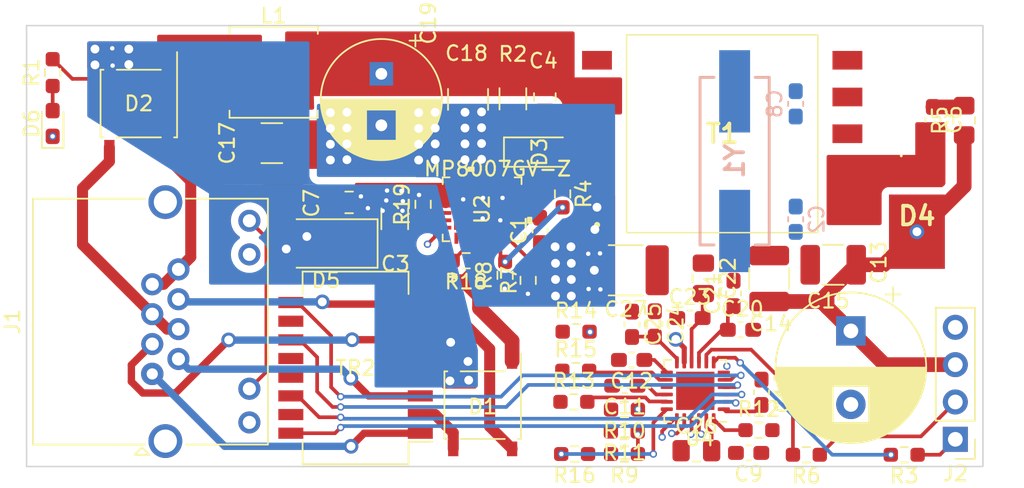
<source format=kicad_pcb>
(kicad_pcb (version 20221018) (generator pcbnew)
  (layers (0 "F.Cu" signal) (31 "B.Cu" signal) (34 "B.Paste" user) (35 "F.Paste" user) (36 "B.SilkS" user "B.Silkscreen") (37 "F.SilkS" user "F.Silkscreen") (38 "B.Mask" user) (39 "F.Mask" user) (44 "Edge.Cuts" user))
  (net 0 "")
  (net 1 "PoE-_1")
  (net 2 "PoE+_1")
  (net 3 "PoE-_2")
  (net 4 "PoE+_2")
  (net 5 "GNDD")
  (net 6 "/VCC")
  (net 7 "Net-(U4-CKXTAL2)")
  (net 8 "VSS")
  (net 9 "D1+")
  (net 10 "D1-")
  (net 11 "GND")
  (net 12 "VDD")
  (net 13 "TRANS")
  (net 14 "Net-(D3-K)")
  (net 15 "Net-(C6-Pad1)")
  (net 16 "Net-(D4-A_1)")
  (net 17 "Net-(U4-CKXTAL1)")
  (net 18 "/VDD10")
  (net 19 "/VDD33")
  (net 20 "Net-(U4-DVDD10)")
  (net 21 "+5V")
  (net 22 "/DVDD10")
  (net 23 "/SW")
  (net 24 "Net-(D6-K)")
  (net 25 "Net-(D6-A)")
  (net 26 "Net-(TR2-TD+)")
  (net 27 "Net-(TR2-TD-)")
  (net 28 "Net-(TR2-RD+)")
  (net 29 "Net-(TR2-RD-)")
  (net 30 "Net-(J1-Pad9)")
  (net 31 "Net-(J1-Pad11)")
  (net 33 "Net-(T1-BIAS_2)")
  (net 34 "/FB1")
  (net 35 "Net-(U2-ILIM)")
  (net 36 "Net-(U4-SPISD0)")
  (net 37 "Net-(U4-LANWAKEB)")
  (net 38 "Net-(U4-RSET)")
  (net 39 "/LED1")
  (net 40 "/LED0")
  (net 41 "Net-(U4-GPIO)")
  (net 42 "Net-(U4-XTALDET{slash}SPISDI)")
  (net 43 "Net-(U2-DET)")
  (net 44 "Net-(U2-CLASS)")
  (net 47 "Net-(TR2-C_RX)")
  (net 48 "D0-")
  (net 49 "D0+")
  (net 58 "/USB_N")
  (net 59 "/USB_P")
  (net 60 "Net-(J2-Pin_1)")
  (net 61 "Net-(J2-Pin_2)")
  (footprint "Capacitor_SMD:C_0603_1608Metric_Pad1.08x0.95mm_HandSolder" (layer "F.Cu") (at 121.65 118.125 90)
    (fp_text reference "C21")
    (fp_text value "1uF")
  )
  (footprint "Resistor_SMD:R_0603_1608Metric_Pad0.98x0.95mm_HandSolder" (layer "F.Cu") (at 110.85 129.05 180)
    (fp_text reference "R16")
    (fp_text value "10K")
  )
  (footprint "pi_poe:POE13P50LD" (layer "F.Cu") (at 120.8796 107.2604)
    (fp_text reference "T1")
    (fp_text value "POE13P-50LD" hide)
  )
  (footprint "Resistor_SMD:R_0603_1608Metric_Pad0.98x0.95mm_HandSolder" (layer "F.Cu") (at 123.375 127.425)
    (fp_text reference "R12")
    (fp_text value "2.49K 1%")
  )
  (footprint "Diode_SMD:Diode_Bridge_Diotec_ABS" (layer "F.Cu") (at 104.6 125.725 -90)
    (fp_text reference "D1")
    (fp_text value "ABS10(LS)")
  )
  (footprint "Resistor_SMD:R_0805_2012Metric_Pad1.20x1.40mm_HandSolder" (layer "F.Cu") (at 137.325 106.35 90)
    (fp_text reference "R5")
    (fp_text value "20")
  )
  (footprint "Capacitor_SMD:C_1210_3225Metric_Pad1.33x2.70mm_HandSolder" (layer "F.Cu") (at 128.425 116.175 180)
    (fp_text reference "C13")
    (fp_text value "47uF")
  )
  (footprint "Resistor_SMD:R_0603_1608Metric_Pad0.98x0.95mm_HandSolder" (layer "F.Cu") (at 110.0328 111.3555 -90)
    (fp_text reference "R4")
    (fp_text value "51K")
  )
  (footprint "Capacitor_SMD:C_0603_1608Metric_Pad1.08x0.95mm_HandSolder" (layer "F.Cu") (at 118.6875 119.8)
    (fp_text reference "C23")
    (fp_text value "0.1Uf")
  )
  (footprint "Connector_RJ:RJ45_Amphenol_RJHSE538X" (layer "F.Cu") (at 82.1436 123.6004 90)
    (fp_text reference "J1")
    (fp_text value "8P8C_LED_Shielded")
  )
  (footprint "Capacitor_SMD:C_0805_2012Metric_Pad1.18x1.45mm_HandSolder" (layer "F.Cu") (at 119.125 128.825)
    (fp_text reference "C26")
    (fp_text value "4.7uF")
  )
  (footprint "Connector_PinHeader_2.54mm:PinHeader_1x04_P2.54mm_Vertical" (layer "F.Cu") (at 136.725 128.05 180)
    (fp_text reference "J2")
    (fp_text value "Conn_01x04")
  )
  (footprint "Capacitor_SMD:C_0603_1608Metric_Pad1.08x0.95mm_HandSolder" (layer "F.Cu") (at 116.3 120.2 -90)
    (fp_text reference "C24")
    (fp_text value "1uF")
  )
  (footprint "Resistor_SMD:R_0603_1608Metric_Pad0.98x0.95mm_HandSolder" (layer "F.Cu") (at 114.2375 126.025 180)
    (fp_text reference "R10")
    (fp_text value "10K")
  )
  (footprint "Capacitor_SMD:C_0805_2012Metric_Pad1.18x1.45mm_HandSolder" (layer "F.Cu") (at 95.5248 111.931 180)
    (fp_text reference "C7")
    (fp_text value "10nF/100V")
  )
  (footprint "Capacitor_THT:CP_Radial_D10.0mm_P5.00mm" (layer "F.Cu") (at 129.625 120.675 -90)
    (fp_text reference "C15")
    (fp_text value "470uF/16V")
  )
  (footprint "Capacitor_SMD:C_1812_4532Metric_Pad1.57x3.40mm_HandSolder" (layer "F.Cu") (at 114.325 116.55 180)
    (fp_text reference "C27")
    (fp_text value "1nF/2000V")
  )
  (footprint "Inductor_SMD:L_Coilcraft_XAL5050-XXX" (layer "F.Cu") (at 90.3946 103.0732)
    (fp_text reference "L1")
    (fp_text value "XAL5050-103MEC")
  )
  (footprint "Capacitor_SMD:C_0603_1608Metric_Pad1.08x0.95mm_HandSolder" (layer "F.Cu") (at 122.125 120.6)
    (fp_text reference "C20")
    (fp_text value "0.1Uf" hide)
  )
  (footprint "Capacitor_SMD:C_0603_1608Metric_Pad1.08x0.95mm_HandSolder" (layer "F.Cu") (at 135.2 106.3 -90)
    (fp_text reference "C6")
    (fp_text value "1nF")
  )
  (footprint "Resistor_SMD:R_0603_1608Metric_Pad0.98x0.95mm_HandSolder" (layer "F.Cu") (at 126.6 129.1 180)
    (fp_text reference "R6")
    (fp_text value "0")
  )
  (footprint "Package_DFN_QFN:QFN-24-1EP_4x4mm_P0.5mm_EP2.6x2.6mm" (layer "F.Cu") (at 119.05 124.75 180)
    (fp_text reference "U4")
    (fp_text value "RTL8152B" hide)
  )
  (footprint "Capacitor_SMD:C_0603_1608Metric_Pad1.08x0.95mm_HandSolder" (layer "F.Cu") (at 114.725 122.65 180)
    (fp_text reference "C12")
    (fp_text value "0.1uF")
  )
  (footprint "Capacitor_SMD:C_0603_1608Metric_Pad1.08x0.95mm_HandSolder" (layer "F.Cu") (at 114.75 120.225 -90)
    (fp_text reference "C25")
    (fp_text value "0.1uF")
  )
  (footprint "Resistor_SMD:R_0603_1608Metric_Pad0.98x0.95mm_HandSolder" (layer "F.Cu") (at 114.2375 129.05 180)
    (fp_text reference "R9")
    (fp_text value "10K")
  )
  (footprint "Resistor_SMD:R_0603_1608Metric_Pad0.98x0.95mm_HandSolder" (layer "F.Cu") (at 110.95 120.725)
    (fp_text reference "R14")
    (fp_text value "510")
  )
  (footprint "pi_poe:PMEG060V100EPEZ" (layer "F.Cu") (at 134.115 112.855 180)
    (fp_text reference "D4")
    (fp_text value "PMEG060V100EPEZ" hide)
  )
  (footprint "Capacitor_SMD:C_1206_3216Metric_Pad1.33x1.80mm_HandSolder" (layer "F.Cu") (at 98.6236 113.0486 -90)
    (fp_text reference "C3")
    (fp_text value "0.1uF/100V")
  )
  (footprint "Capacitor_SMD:C_1210_3225Metric_Pad1.33x2.70mm_HandSolder" (layer "F.Cu") (at 124.075 117.1125 90)
    (fp_text reference "C14")
    (fp_text value "47uF")
  )
  (footprint "Resistor_SMD:R_0603_1608Metric_Pad0.98x0.95mm_HandSolder" (layer "F.Cu") (at 107.6912 117.2362 -90)
    (fp_text reference "R7")
    (fp_text value "47K")
  )
  (footprint "Resistor_SMD:R_1206_3216Metric_Pad1.30x1.75mm_HandSolder" (layer "F.Cu") (at 106.6536 104.888 90)
    (fp_text reference "R2")
    (fp_text value "27K")
  )
  (footprint "Resistor_SMD:R_0603_1608Metric_Pad0.98x0.95mm_HandSolder" (layer "F.Cu") (at 114.225 127.525 180)
    (fp_text reference "R11")
    (fp_text value "10K")
  )
  (footprint "Capacitor_SMD:C_0603_1608Metric_Pad1.08x0.95mm_HandSolder" (layer "F.Cu") (at 123.55 124.85 -90)
    (fp_text reference "C10")
    (fp_text value "0.1uF")
  )
  (footprint "LED_SMD:LED_0603_1608Metric_Pad1.05x0.95mm_HandSolder" (layer "F.Cu") (at 75.375 106.5625 90)
    (fp_text reference "D6")
    (fp_text value "NC")
  )
  (footprint "Resistor_SMD:R_0603_1608Metric_Pad0.98x0.95mm_HandSolder" (layer "F.Cu") (at 110.925 123.375)
    (fp_text reference "R15")
    (fp_text value "10K")
  )
  (footprint "pi_poe:MP8007GV-Z" (layer "F.Cu") (at 104.5615 112.4004 90)
    (fp_text reference "U2")
    (fp_text value "MP8007GV-Z")
  )
  (footprint "Diode_SMD:D_SMA" (layer "F.Cu") (at 93.95 114.725 180)
    (fp_text reference "D5")
    (fp_text value "SMAJ85A")
  )
  (footprint "Capacitor_SMD:C_0603_1608Metric_Pad1.08x0.95mm_HandSolder" (layer "F.Cu") (at 114.2625 124.4 180)
    (fp_text reference "C11")
    (fp_text value "0.1uF")
  )
  (footprint "Resistor_SMD:R_0603_1608Metric_Pad0.98x0.95mm_HandSolder" (layer "F.Cu") (at 100.55 112.0625 90)
    (fp_text reference "R19")
    (fp_text value "41.2")
  )
  (footprint "Capacitor_SMD:C_0805_2012Metric_Pad1.18x1.45mm_HandSolder" (layer "F.Cu") (at 108.825 104.7625 -90)
    (fp_text reference "C4")
    (fp_text value "15nF")
  )
  (footprint "Capacitor_SMD:C_1210_3225Metric_Pad1.33x2.70mm_HandSolder" (layer "F.Cu") (at 90.2716 107.8992 180)
    (fp_text reference "C17")
    (fp_text value "2.2uF/100V")
  )
  (footprint "Resistor_SMD:R_0603_1608Metric_Pad0.98x0.95mm_HandSolder" (layer "F.Cu") (at 75.375 103.1 90)
    (fp_text reference "R1")
    (fp_text value "NC")
  )
  (footprint "Capacitor_THT:CP_Radial_D8.0mm_P3.50mm" (layer "F.Cu") (at 97.7128 103.1856 -90)
    (fp_text reference "C19")
    (fp_text value "47uf/100V")
  )
  (footprint "Capacitor_SMD:C_0805_2012Metric_Pad1.18x1.45mm_HandSolder" (layer "F.Cu") (at 119.6 117.1 -90)
    (fp_text reference "C22")
    (fp_text value "4.7uF")
  )
  (footprint "Diode_SMD:D_SOD-123" (layer "F.Cu") (at 108.4072 108.5088)
    (fp_text reference "D3")
    (fp_text value "BAV21")
  )
  (footprint "Capacitor_SMD:C_0603_1608Metric_Pad1.08x0.95mm_HandSolder" (layer "F.Cu") (at 108.5 113.8375 90)
    (fp_text reference "C1")
    (fp_text value "1uF")
  )
  (footprint "Resistor_SMD:R_0603_1608Metric_Pad0.98x0.95mm_HandSolder" (layer "F.Cu") (at 103.475 115.9 180)
    (fp_text reference "R18")
    (fp_text value "24.9k")
  )
  (footprint "Resistor_SMD:R_0603_1608Metric_Pad0.98x0.95mm_HandSolder" (layer "F.Cu") (at 133.25 129.1 180)
    (fp_text reference "R3")
    (fp_text value "0")
  )
  (footprint "Capacitor_SMD:C_1210_3225Metric_Pad1.33x2.70mm_HandSolder" (layer "F.Cu") (at 103.6056 104.9251 90)
    (fp_text reference "C18")
    (fp_text value "2.2uF/100V")
  )
  (footprint "Capacitor_SMD:C_0603_1608Metric_Pad1.08x0.95mm_HandSolder" (layer "F.Cu") (at 122.675 128.975 180)
    (fp_text reference "C9")
    (fp_text value "0.1uF")
  )
  (footprint "Diode_SMD:Diode_Bridge_Diotec_ABS" (layer "F.Cu") (at 81.2292 105.2068 -90)
    (fp_text reference "D2")
    (fp_text value "ABS10(LS)")
  )
  (footprint "Resistor_SMD:R_0603_1608Metric_Pad0.98x0.95mm_HandSolder" (layer "F.Cu") (at 110.8 125.5)
    (fp_text reference "R13")
    (fp_text value "510")
  )
  (footprint "Resistor_SMD:R_0603_1608Metric_Pad0.98x0.95mm_HandSolder" (layer "F.Cu") (at 106.1252 116.8908 90)
    (fp_text reference "R8")
    (fp_text value "11K")
  )
  (footprint "Transformer_SMD:Transformer_Ethernet_Bourns_PT61017PEL" (layer "F.Cu") (at 95.9612 123.19 180)
    (fp_text reference "TR2")
    (fp_text value "SM13126PEL")
  )
  (footprint "Capacitor_SMD:C_0603_1608Metric_Pad1.08x0.95mm_HandSolder" (layer "B.Cu") (at 125.875 105.225 -90)
    (fp_text reference "C8")
    (fp_text value "27pF")
  )
  (footprint "pi_poe:ABLS" (layer "B.Cu") (at 121.725 109.125 90)
    (fp_text reference "Y1")
    (fp_text value "25MHz" hide)
  )
  (footprint "Capacitor_SMD:C_0603_1608Metric_Pad1.08x0.95mm_HandSolder" (layer "B.Cu") (at 125.875 113.075 90)
    (fp_text reference "C2")
    (fp_text value "27pF")
  )
  (gr_rect (start 73.6 99.9) (end 138.6 129.9) (stroke (width 0.1)) (fill none) (layer "Edge.Cuts"))
  (segment (start 101.365 126.365) (end 102.6 127.6) (width 0.75) (layer "F.Cu") (net 1))
  (segment (start 102.6 127.6) (end 102.6 128.7) (width 0.75) (layer "F.Cu") (net 1))
  (segment (start 100.3612 126.365) (end 101.365 126.365) (width 0.75) (layer "F.Cu") (net 1))
  (segment (start 105.075 127.175) (end 106.6 128.7) (width 0.75) (layer "F.Cu") (net 2))
  (segment (start 103.19 120.015) (end 105.075 121.9) (width 0.75) (layer "F.Cu") (net 2))
  (segment (start 105.075 121.9) (end 105.075 127.175) (width 0.75) (layer "F.Cu") (net 2))
  (segment (start 100.3612 120.015) (end 103.19 120.015) (width 0.75) (layer "F.Cu") (net 2))
  (segment (start 82.1436 119.5364) (end 77.4036 114.7964) (width 0.75) (layer "F.Cu") (net 3))
  (segment (start 77.4036 114.7964) (end 77.4036 110.9714) (width 0.75) (layer "F.Cu") (net 3))
  (segment (start 79.2292 109.1458) (end 79.2292 108.1818) (width 0.75) (layer "F.Cu") (net 3))
  (segment (start 83.1596 120.5524) (end 82.1436 119.5364) (width 0.75) (layer "F.Cu") (net 3))
  (segment (start 83.9236 120.5524) (end 83.1596 120.5524) (width 0.75) (layer "F.Cu") (net 3))
  (segment (start 77.4036 110.9714) (end 79.2292 109.1458) (width 0.75) (layer "F.Cu") (net 3))
  (segment (start 83.9236 116.4884) (end 84.7586 115.6534) (width 0.75) (layer "F.Cu") (net 4))
  (segment (start 84.7586 115.6534) (end 84.7586 110.4836) (width 0.75) (layer "F.Cu") (net 4))
  (segment (start 84.7586 110.4836) (end 83.2292 108.9542) (width 0.75) (layer "F.Cu") (net 4))
  (segment (start 83.2292 108.9542) (end 83.2292 108.1818) (width 0.75) (layer "F.Cu") (net 4))
  (segment (start 82.1436 117.5044) (end 82.9076 117.5044) (width 0.75) (layer "F.Cu") (net 4))
  (segment (start 82.9076 117.5044) (end 83.9236 116.4884) (width 0.75) (layer "F.Cu") (net 4))
  (segment (start 104.425 111.575) (end 104.25 111.575) (width 0.75) (layer "F.Cu") (net 5))
  (segment (start 105.85 111.725) (end 105.95 111.625) (width 0.75) (layer "F.Cu") (net 5))
  (segment (start 103.275 111.725) (end 103.275 111.6639) (width 0.75) (layer "F.Cu") (net 5))
  (segment (start 104.575 111.675) (end 104.525 111.675) (width 0.75) (layer "F.Cu") (net 5))
  (segment (start 96.4992 107.8992) (end 97.7128 106.6856) (width 1) (layer "F.Cu") (net 5))
  (segment (start 105.8 111.675) (end 105.85 111.725) (width 0.75) (layer "F.Cu") (net 5))
  (segment (start 104.5 112.825) (end 104.275 112.6) (width 0.75) (layer "F.Cu") (net 5))
  (segment (start 104.675 111.675) (end 105.8 111.675) (width 0.75) (layer "F.Cu") (net 5))
  (segment (start 104.275 112.6) (end 104.275 112.275) (width 0.75) (layer "F.Cu") (net 5))
  (segment (start 104.5 112.925) (end 104.5 112.825) (width 0.75) (layer "F.Cu") (net 5))
  (segment (start 104.625 111.625) (end 104.575 111.675) (width 0.75) (layer "F.Cu") (net 5))
  (segment (start 104.25 111.575) (end 104.25 111.4) (width 0.75) (layer "F.Cu") (net 5))
  (segment (start 103.275 111.6639) (end 103.55 111.3889) (width 0.75) (layer "F.Cu") (net 5))
  (segment (start 105.311501 114.3665) (end 105.311501 113.150401) (width 0.25) (layer "F.Cu") (net 5))
  (segment (start 105.95 111.625) (end 105.85 111.683894) (width 0.75) (layer "F.Cu") (net 5))
  (segment (start 105.564003 111.397897) (end 105.564003 109.530804) (width 0.75) (layer "F.Cu") (net 5))
  (segment (start 104.525 111.675) (end 104.425 111.575) (width 0.75) (layer "F.Cu") (net 5))
  (segment (start 103.55 111.3889) (end 103.55 106.5432) (width 0.75) (layer "F.Cu") (net 5))
  (segment (start 105.564003 109.530804) (end 103.6056 107.572401) (width 0.75) (layer "F.Cu") (net 5))
  (segment (start 103.95 112.275) (end 103.4 111.725) (width 0.75) (layer "F.Cu") (net 5))
  (segment (start 105.311501 113.150401) (end 104.5615 112.4004) (width 0.25) (layer "F.Cu") (net 5))
  (segment (start 105.3619 111.6) (end 105.3619 111.6) (width 0.75) (layer "F.Cu") (net 5))
  (segment (start 91.8341 107.8992) (end 96.4992 107.8992) (width 1) (layer "F.Cu") (net 5))
  (segment (start 104.6 113.025) (end 104.5 112.925) (width 0.75) (layer "F.Cu") (net 5))
  (segment (start 103.6056 107.572401) (end 103.6056 106.4876) (width 0.75) (layer "F.Cu") (net 5))
  (segment (start 103.6056 106.4876) (end 103.55 106.5432) (width 1) (layer "F.Cu") (net 5))
  (segment (start 104.5615 112.9865) (end 104.5615 112.4004) (width 0.75) (layer "F.Cu") (net 5))
  (segment (start 97.7128 106.6856) (end 97.8984 106.5) (width 1) (layer "F.Cu") (net 5))
  (segment (start 105.85 111.683894) (end 105.564003 111.397897) (width 0.75) (layer "F.Cu") (net 5))
  (segment (start 104.5615 111.7115) (end 104.5615 112.4004) (width 0.75) (layer "F.Cu") (net 5))
  (segment (start 103.5932 106.5) (end 103.6056 106.4876) (width 1) (layer "F.Cu") (net 5))
  (segment (start 103.4 111.725) (end 103.275 111.725) (width 0.75) (layer "F.Cu") (net 5))
  (segment (start 104.275 112.275) (end 103.95 112.275) (width 0.75) (layer "F.Cu") (net 5))
  (segment (start 97.8984 106.5) (end 103.5932 106.5) (width 1) (layer "F.Cu") (net 5))
  (segment (start 104.25 111.4) (end 104.5615 111.7115) (width 0.75) (layer "F.Cu") (net 5))
  (segment (start 104.625 111.625) (end 104.675 111.675) (width 0.75) (layer "F.Cu") (net 5))
  (segment (start 104.6 113.025) (end 104.5615 112.9865) (width 0.75) (layer "F.Cu") (net 5))
  (via (at 111.8 117.825) (size 0.5) (drill 0.3) (layers "F.Cu" "B.Cu") (net 5))
  (via (at 100.25 106.9) (size 1) (drill 0.6) (layers "F.Cu" "B.Cu") (net 5))
  (via (at 109.525 114.95) (size 1) (drill 0.6) (layers "F.Cu" "B.Cu") (net 5))
  (via (at 109.55 116.075) (size 1) (drill 0.6) (layers "F.Cu" "B.Cu") (net 5))
  (via (at 95.375 109.025) (size 1) (drill 0.6) (layers "F.Cu" "B.Cu") (net 5))
  (via (at 100.25 109.05) (size 1) (drill 0.6) (layers "F.Cu" "B.Cu") (net 5))
  (via (at 94.25 109.05) (size 1) (drill 0.6) (layers "F.Cu" "B.Cu") (net 5))
  (via (at 104.625 111.625) (size 0.5) (drill 0.3) (layers "F.Cu" "B.Cu") (net 5))
  (via (at 111.775 115.425) (size 0.5) (drill 0.3) (layers "F.Cu" "B.Cu") (net 5))
  (via (at 94.25 105.825) (size 1) (drill 0.6) (layers "F.Cu" "B.Cu") (net 5))
  (via (at 106.1 117.8) (size 0.5) (drill 0.3) (layers "F.Cu" "B.Cu") (net 5))
  (via (at 103.4 107.95) (size 1) (drill 0.6) (layers "F.Cu" "B.Cu") (net 5))
  (via (at 109.55 118.3) (size 1) (drill 0.6) (layers "F.Cu" "B.Cu") (net 5))
  (via (at 109.55 117.175) (size 1) (drill 0.6) (layers "F.Cu" "B.Cu") (net 5))
  (via (at 112.225 113.775) (size 1) (drill 0.6) (layers "F.Cu" "B.Cu") (net 5))
  (via (at 110.625 118.3) (size 1) (drill 0.6) (layers "F.Cu" "B.Cu") (net 5))
  (via (at 105.8 113.15) (size 0.5) (drill 0.3) (layers "F.Cu" "B.Cu") (net 5))
  (via (at 110.625 117.175) (size 1) (drill 0.6) (layers "F.Cu" "B.Cu") (net 5))
  (via (at 104.525 106.85) (size 1) (drill 0.6) (layers "F.Cu" "B.Cu") (net 5))
  (via (at 95.375 105.8) (size 1) (drill 0.6) (layers "F.Cu" "B.Cu") (net 5))
  (via (at 101.375 109.025) (size 1) (drill 0.6) (layers "F.Cu" "B.Cu") (net 5))
  (via (at 112.6 117.85) (size 0.5) (drill 0.3) (layers "F.Cu" "B.Cu") (net 5))
  (via (at 104.6 113.025) (size 0.5) (drill 0.3) (layers "F.Cu" "B.Cu") (net 5))
  (via (at 107.675 118.15) (size 0.5) (drill 0.3) (layers "F.Cu" "B.Cu") (net 5))
  (via (at 104.525 107.925) (size 1) (drill 0.6) (layers "F.Cu" "B.Cu") (net 5))
  (via (at 110.625 116.075) (size 1) (drill 0.6) (layers "F.Cu" "B.Cu") (net 5))
  (via (at 103.4 106.875) (size 1) (drill 0.6) (layers "F.Cu" "B.Cu") (net 5))
  (via (at 112.575 115.4) (size 0.5) (drill 0.3) (layers "F.Cu" "B.Cu") (net 5))
  (via (at 94.25 106.9) (size 1) (drill 0.6) (layers "F.Cu" "B.Cu") (net 5))
  (via (at 101.375 106.875) (size 1) (drill 0.6) (layers "F.Cu" "B.Cu") (net 5))
  (via (at 104.525 109) (size 1) (drill 0.6) (layers "F.Cu" "B.Cu") (net 5))
  (via (at 110.6 114.95) (size 1) (drill 0.6) (layers "F.Cu" "B.Cu") (net 5))
  (via (at 103.4 109.025) (size 1) (drill 0.6) (layers "F.Cu" "B.Cu") (net 5))
  (via (at 94.25 107.975) (size 1) (drill 0.6) (layers "F.Cu" "B.Cu") (net 5))
  (via (at 112.1875 116.55) (size 1) (drill 0.6) (layers "F.Cu" "B.Cu") (net 5))
  (via (at 103.275 111.725) (size 0.5) (drill 0.3) (layers "F.Cu" "B.Cu") (net 5))
  (via (at 100.25 107.975) (size 1) (drill 0.6) (layers "F.Cu" "B.Cu") (net 5))
  (via (at 101.375 107.95) (size 1) (drill 0.6) (layers "F.Cu" "B.Cu") (net 5))
  (via (at 103.4 105.8) (size 1) (drill 0.6) (layers "F.Cu" "B.Cu") (net 5))
  (via (at 95.375 107.95) (size 1) (drill 0.6) (layers "F.Cu" "B.Cu") (net 5))
  (via (at 104.525 105.775) (size 1) (drill 0.6) (layers "F.Cu" "B.Cu") (net 5))
  (via (at 101.375 105.8) (size 1) (drill 0.6) (layers "F.Cu" "B.Cu") (net 5))
  (via (at 100.25 105.825) (size 1) (drill 0.6) (layers "F.Cu" "B.Cu") (net 5))
  (via (at 95.375 106.875) (size 1) (drill 0.6) (layers "F.Cu" "B.Cu") (net 5))
  (via (at 112.3696 112.2604) (size 1) (drill 0.6) (layers "F.Cu" "B.Cu") (net 5))
  (via (at 105.95 111.625) (size 0.5) (drill 0.3) (layers "F.Cu" "B.Cu") (net 5))
  (segment (start 107.0356 113.150401) (end 108.324599 113.150401) (width 0.25) (layer "F.Cu") (net 6))
  (segment (start 108.324599 113.150401) (end 108.5 112.975) (width 0.25) (layer "F.Cu") (net 6))
  (segment (start 119.456628 127.696918) (end 119.3 127.54029) (width 0.25) (layer "F.Cu") (net 7))
  (segment (start 119.3 127.54029) (end 119.3 126.6875) (width 0.25) (layer "F.Cu") (net 7))
  (via (at 119.456628 127.696918) (size 0.5) (drill 0.3) (layers "F.Cu" "B.Cu") (net 7))
  (segment (start 102.0815 111.1) (end 102.0815 111.948) (width 0.75) (layer "F.Cu") (net 8))
  (via (at 99.15 112.5) (size 0.5) (drill 0.3) (layers "F.Cu" "B.Cu") (net 8))
  (via (at 79.45 102.625) (size 0.5) (drill 0.3) (layers "F.Cu" "B.Cu") (net 8))
  (via (at 79.425 101.45) (size 0.5) (drill 0.3) (layers "F.Cu" "B.Cu") (net 8))
  (via (at 100.275 111.425) (size 0.5) (drill 0.3) (layers "F.Cu" "B.Cu") (net 8))
  (via (at 103.65 124.025) (size 1) (drill 0.6) (layers "F.Cu" "B.Cu") (net 8))
  (via (at 98.05 111.8) (size 0.5) (drill 0.3) (layers "F.Cu" "B.Cu") (net 8))
  (via (at 96.8 112.325) (size 0.5) (drill 0.3) (layers "F.Cu" "B.Cu") (net 8))
  (via (at 80.55 102.55) (size 1) (drill 0.6) (layers "F.Cu" "B.Cu") (net 8))
  (via (at 102.375 124.075) (size 1) (drill 0.6) (layers "F.Cu" "B.Cu") (net 8))
  (via (at 99.175 111.85) (size 0.5) (drill 0.3) (layers "F.Cu" "B.Cu") (net 8))
  (via (at 78.25 102.575) (size 1) (drill 0.6) (layers "F.Cu" "B.Cu") (net 8))
  (via (at 78.25 101.5) (size 1) (drill 0.6) (layers "F.Cu" "B.Cu") (net 8))
  (via (at 99.075 111.15) (size 0.5) (drill 0.3) (layers "F.Cu" "B.Cu") (net 8))
  (via (at 98.1 111.125) (size 0.5) (drill 0.3) (layers "F.Cu" "B.Cu") (net 8))
  (via (at 92.65 114.25) (size 1) (drill 0.6) (layers "F.Cu" "B.Cu") (net 8))
  (via (at 103.6 122.75) (size 1) (drill 0.6) (layers "F.Cu" "B.Cu") (net 8))
  (via (at 97.8 112.5) (size 0.5) (drill 0.3) (layers "F.Cu" "B.Cu") (net 8))
  (via (at 102.425 121.45) (size 1) (drill 0.6) (layers "F.Cu" "B.Cu") (net 8))
  (via (at 80.55 101.5) (size 1) (drill 0.6) (layers "F.Cu" "B.Cu") (net 8))
  (via (at 91.25 115.1) (size 1) (drill 0.6) (layers "F.Cu" "B.Cu") (net 8))
  (via (at 96.325 111.525) (size 0.5) (drill 0.3) (layers "F.Cu" "B.Cu") (net 8))
  (segment (start 92.1712 121.285) (end 93.35 122.4638) (width 0.25) (layer "F.Cu") (net 9))
  (segment (start 121.777829 124.5) (end 121.917941 124.359888) (width 0.25) (layer "F.Cu") (net 9))
  (segment (start 93.35 124.8) (end 94.399503 125.849503) (width 0.25) (layer "F.Cu") (net 9))
  (segment (start 120.9875 124.5) (end 121.777829 124.5) (width 0.25) (layer "F.Cu") (net 9))
  (segment (start 91.5612 121.285) (end 92.1712 121.285) (width 0.25) (layer "F.Cu") (net 9))
  (segment (start 94.399503 125.849503) (end 94.95 125.849503) (width 0.25) (layer "F.Cu") (net 9))
  (segment (start 93.35 122.4638) (end 93.35 124.8) (width 0.25) (layer "F.Cu") (net 9))
  (via (at 94.95 125.849503) (size 0.5) (drill 0.3) (layers "F.Cu" "B.Cu") (net 9))
  (via (at 121.917941 124.359888) (size 0.5) (drill 0.3) (layers "F.Cu" "B.Cu") (net 9))
  (segment (start 106.2 125.85) (end 107.7 124.35) (width 0.25) (layer "B.Cu") (net 9))
  (segment (start 107.7 124.35) (end 121.908053 124.35) (width 0.25) (layer "B.Cu") (net 9))
  (segment (start 94.95 125.849503) (end 94.950497 125.85) (width 0.25) (layer "B.Cu") (net 9))
  (segment (start 121.908053 124.35) (end 121.917941 124.359888) (width 0.25) (layer "B.Cu") (net 9))
  (segment (start 94.950497 125.85) (end 106.2 125.85) (width 0.25) (layer "B.Cu") (net 9))
  (segment (start 121.764656 123.7) (end 122.15 123.7) (width 0.25) (layer "F.Cu") (net 10))
  (segment (start 91.5612 118.745) (end 92.0312 118.745) (width 0.25) (layer "F.Cu") (net 10))
  (segment (start 120.9875 124) (end 121.464656 124) (width 0.25) (layer "F.Cu") (net 10))
  (segment (start 94.3 124.5) (end 94.95 125.15) (width 0.25) (layer "F.Cu") (net 10))
  (segment (start 94.3 121.0138) (end 94.3 124.5) (width 0.25) (layer "F.Cu") (net 10))
  (segment (start 92.0312 118.745) (end 94.3 121.0138) (width 0.25) (layer "F.Cu") (net 10))
  (segment (start 121.464656 124) (end 121.764656 123.7) (width 0.25) (layer "F.Cu") (net 10))
  (via (at 122.15 123.7) (size 0.5) (drill 0.3) (layers "F.Cu" "B.Cu") (net 10))
  (via (at 94.95 125.15) (size 0.5) (drill 0.3) (layers "F.Cu" "B.Cu") (net 10))
  (segment (start 94.95 125.15) (end 105.85 125.15) (width 0.25) (layer "B.Cu") (net 10))
  (segment (start 107.3 123.7) (end 122.15 123.7) (width 0.25) (layer "B.Cu") (net 10))
  (segment (start 105.85 125.15) (end 107.3 123.7) (width 0.25) (layer "B.Cu") (net 10))
  (via (at 121.2 123.0745) (size 0.5) (drill 0.3) (layers "F.Cu" "B.Cu") (net 11))
  (segment (start 98.7044 114.5925) (end 96.1447 114.5925) (width 1) (layer "F.Cu") (net 12))
  (segment (start 104.486501 115.800999) (end 104.55 115.7375) (width 0.75) (layer "F.Cu") (net 12))
  (segment (start 82.4 103.525) (end 83.2292 102.6958) (width 0.25) (layer "F.Cu") (net 12))
  (segment (start 104.3875 115.9) (end 104.3875 118.3) (width 1) (layer "F.Cu") (net 12))
  (segment (start 96.0308 114.7064) (end 95.1814 114.7064) (width 1) (layer "F.Cu") (net 12))
  (segment (start 101.275 117.325) (end 103.375 117.325) (width 1) (layer "F.Cu") (net 12))
  (segment (start 104.3875 116.35) (end 103.4125 117.325) (width 1) (layer "F.Cu") (net 12))
  (segment (start 104.3875 115.9) (end 104.3875 116.35) (width 1) (layer "F.Cu") (net 12))
  (segment (start 98.7044 114.5925) (end 98.7044 114.7544) (width 1) (layer "F.Cu") (net 12))
  (segment (start 88.7091 107.8992) (end 88.7091 103.1037) (width 1) (layer "F.Cu") (net 12))
  (segment (start 106.6 122.75) (end 106.6 121.35) (width 1) (layer "F.Cu") (net 12))
  (segment (start 83.2292 102.6958) (end 83.2292 102.2318) (width 0.25) (layer "F.Cu") (net 12))
  (segment (start 103.375 117.325) (end 103.4125 117.325) (width 1) (layer "F.Cu") (net 12))
  (segment (start 95.1814 114.7064) (end 88.7091 108.2341) (width 1) (layer "F.Cu") (net 12))
  (segment (start 76.7125 103.525) (end 82.4 103.525) (width 0.25) (layer "F.Cu") (net 12))
  (segment (start 98.7044 114.7544) (end 101.275 117.325) (width 1) (layer "F.Cu") (net 12))
  (segment (start 104.55 115.7375) (end 104.55 114.375) (width 0.75) (layer "F.Cu") (net 12))
  (segment (start 106.6 121.35) (end 104.3875 119.1375) (width 1) (layer "F.Cu") (net 12))
  (segment (start 103.4125 117.325) (end 104.3875 118.3) (width 1) (layer "F.Cu") (net 12))
  (segment (start 104.3875 119.1375) (end 104.3875 118.3) (width 1) (layer "F.Cu") (net 12))
  (segment (start 87.8982 102.2318) (end 88.7396 103.0732) (width 1) (layer "F.Cu") (net 12))
  (segment (start 88.7091 103.1037) (end 88.7396 103.0732) (width 1) (layer "F.Cu") (net 12))
  (segment (start 75.375 102.1875) (end 76.7125 103.525) (width 0.25) (layer "F.Cu") (net 12))
  (segment (start 88.7091 108.2341) (end 88.7091 107.8992) (width 1) (layer "F.Cu") (net 12))
  (segment (start 96.1447 114.5925) (end 96.0308 114.7064) (width 1) (layer "F.Cu") (net 12))
  (segment (start 83.2292 102.2318) (end 87.8982 102.2318) (width 1) (layer "F.Cu") (net 12))
  (segment (start 92.162 103.1856) (end 92.0496 103.0732) (width 1) (layer "F.Cu") (net 13))
  (segment (start 106.6536 103.338) (end 108.438 103.338) (width 1) (layer "F.Cu") (net 13))
  (segment (start 97.8898 103.3626) (end 97.7128 103.1856) (width 1) (layer "F.Cu") (net 13))
  (segment (start 108.438 103.338) (end 108.825 103.725) (width 1) (layer "F.Cu") (net 13))
  (segment (start 97.7128 103.1856) (end 92.162 103.1856) (width 1) (layer "F.Cu") (net 13))
  (segment (start 112.3696 104.7604) (end 111.0604 104.7604) (width 1) (layer "F.Cu") (net 13))
  (segment (start 103.6056 103.3626) (end 97.8898 103.3626) (width 1) (layer "F.Cu") (net 13))
  (segment (start 103.6056 103.3626) (end 106.629 103.3626) (width 1) (layer "F.Cu") (net 13))
  (segment (start 106.629 103.3626) (end 106.6536 103.338) (width 1) (layer "F.Cu") (net 13))
  (segment (start 111.0604 104.7604) (end 110.025 103.725) (width 1) (layer "F.Cu") (net 13))
  (segment (start 110.025 103.725) (end 108.825 103.725) (width 1) (layer "F.Cu") (net 13))
  (segment (start 108.825 105.8) (end 107.2916 105.8) (width 0.4) (layer "F.Cu") (net 14))
  (segment (start 106.6536 106.438) (end 106.6536 108.4052) (width 0.4) (layer "F.Cu") (net 14))
  (segment (start 106.6536 108.4052) (end 106.7572 108.5088) (width 0.4) (layer "F.Cu") (net 14))
  (segment (start 107.2916 105.8) (end 106.6536 106.438) (width 0.4) (layer "F.Cu") (net 14))
  (segment (start 137.2375 105.4375) (end 137.325 105.35) (width 1) (layer "F.Cu") (net 15))
  (segment (start 135.2 105.4375) (end 137.2375 105.4375) (width 1) (layer "F.Cu") (net 15))
  (segment (start 135.18 107.1825) (end 135.2 107.1625) (width 1) (layer "F.Cu") (net 16))
  (segment (start 135.18 110.025) (end 135.18 107.1825) (width 1) (layer "F.Cu") (net 16))
  (segment (start 118.8 127.658781) (end 118.8 126.6875) (width 0.25) (layer "F.Cu") (net 17))
  (segment (start 118.750584 127.708197) (end 118.8 127.658781) (width 0.25) (layer "F.Cu") (net 17))
  (via (at 118.750584 127.708197) (size 0.5) (drill 0.3) (layers "F.Cu" "B.Cu") (net 17))
  (segment (start 119.8 127.227117) (end 120.1625 127.589617) (width 0.25) (layer "F.Cu") (net 18))
  (segment (start 119.3 122.163604) (end 120.863604 120.6) (width 0.25) (layer "F.Cu") (net 18))
  (segment (start 119.8 126.6875) (end 119.8 127.227117) (width 0.25) (layer "F.Cu") (net 18))
  (segment (start 120.1625 127.589617) (end 120.1625 128.825) (width 0.25) (layer "F.Cu") (net 18))
  (segment (start 119.3 122.8125) (end 119.3 122.163604) (width 0.25) (layer "F.Cu") (net 18))
  (segment (start 121.2625 119.375) (end 121.65 118.9875) (width 0.25) (layer "F.Cu") (net 18))
  (segment (start 121.2625 120.6) (end 121.2625 119.375) (width 0.25) (layer "F.Cu") (net 18))
  (segment (start 120.863604 120.6) (end 121.2625 120.6) (width 0.25) (layer "F.Cu") (net 18))
  (segment (start 89.9 114.3368) (end 89.9 123.454) (width 0.25) (layer "F.Cu") (net 19))
  (segment (start 88.7436 113.1804) (end 89.9 114.3368) (width 0.25) (layer "F.Cu") (net 19))
  (segment (start 116.2625 122.65) (end 117.1125 123.5) (width 0.25) (layer "F.Cu") (net 19))
  (segment (start 89.9 123.454) (end 88.7436 124.6104) (width 0.25) (layer "F.Cu") (net 19))
  (segment (start 118.8 122.8125) (end 118.8 120.55) (width 0.25) (layer "F.Cu") (net 19))
  (segment (start 115.5875 122.65) (end 116.2625 122.65) (width 0.25) (layer "F.Cu") (net 19))
  (segment (start 120.9875 126) (end 121.137 126.1495) (width 0.25) (layer "F.Cu") (net 19))
  (segment (start 121.137 126.1495) (end 123.113 126.1495) (width 0.25) (layer "F.Cu") (net 19))
  (segment (start 119.55 118.1875) (end 119.6 118.1375) (width 0.25) (layer "F.Cu") (net 19))
  (segment (start 123.113 126.1495) (end 123.55 125.7125) (width 0.25) (layer "F.Cu") (net 19))
  (segment (start 119.55 119.8) (end 119.55 118.1875) (width 0.25) (layer "F.Cu") (net 19))
  (segment (start 118.8 120.55) (end 119.55 119.8) (width 0.25) (layer "F.Cu") (net 19))
  (segment (start 117.1125 125) (end 116.39551 125) (width 0.25) (layer "F.Cu") (net 20))
  (segment (start 116.39551 125) (end 115.79551 124.4) (width 0.25) (layer "F.Cu") (net 20))
  (segment (start 115.79551 124.4) (end 115.125 124.4) (width 0.25) (layer "F.Cu") (net 20))
  (segment (start 137.325 110.825) (end 134.225 113.925) (width 1) (layer "F.Cu") (net 21))
  (segment (start 131.92 122.97) (end 129.625 120.675) (width 1) (layer "F.Cu") (net 21))
  (segment (start 134.225 113.925) (end 134.115 113.925) (width 1) (layer "F.Cu") (net 21))
  (segment (start 128.00625 119.05625) (end 128.00625 118.15625) (width 1) (layer "F.Cu") (net 21))
  (segment (start 129.9875 116.175) (end 128.00625 118.15625) (width 1) (layer "F.Cu") (net 21))
  (segment (start 118.3 121.825) (end 117.725 121.25) (width 0.35) (layer "F.Cu") (net 21))
  (segment (start 128.075 119.125) (end 127.625 118.675) (width 1) (layer "F.Cu") (net 21))
  (segment (start 129.9875 116.175) (end 131.865 116.175) (width 1) (layer "F.Cu") (net 21))
  (segment (start 127.4875 118.675) (end 124.075 118.675) (width 1) (layer "F.Cu") (net 21))
  (segment (start 129.625 120.675) (end 128.075 119.125) (width 1) (layer "F.Cu") (net 21))
  (segment (start 136.725 122.97) (end 131.92 122.97) (width 1) (layer "F.Cu") (net 21))
  (segment (start 127.625 118.675) (end 127.4875 118.675) (width 1) (layer "F.Cu") (net 21))
  (segment (start 137.325 107.35) (end 137.325 110.825) (width 1) (layer "F.Cu") (net 21))
  (segment (start 118.3 122.8125) (end 118.3 121.825) (width 0.35) (layer "F.Cu") (net 21))
  (segment (start 128.075 119.125) (end 128.00625 119.05625) (width 1) (layer "F.Cu") (net 21))
  (segment (start 128.00625 118.15625) (end 127.4875 118.675) (width 1) (layer "F.Cu") (net 21))
  (segment (start 131.865 116.175) (end 134.115 113.925) (width 1) (layer "F.Cu") (net 21))
  (via (at 134.115 113.925) (size 1) (drill 0.6) (layers "F.Cu" "B.Cu") (net 21))
  (via (at 117.725 121.25) (size 1) (drill 0.6) (layers "F.Cu" "B.Cu") (net 21))
  (segment (start 117.8 122.5625) (end 116.3 121.0625) (width 0.25) (layer "F.Cu") (net 22))
  (segment (start 117.8 122.8125) (end 117.8 122.5625) (width 0.25) (layer "F.Cu") (net 22))
  (segment (start 116.3 121.0625) (end 114.775 121.0625) (width 0.25) (layer "F.Cu") (net 22))
  (segment (start 114.775 121.0625) (end 114.75 121.0875) (width 0.25) (layer "F.Cu") (net 22))
  (segment (start 111.3056 107.2604) (end 110.0572 108.5088) (width 0.75) (layer "F.Cu") (net 23))
  (segment (start 110.0572 108.5088) (end 109.9662 108.5088) (width 0.75) (layer "F.Cu") (net 23))
  (segment (start 108.475 110) (end 108.475 111.15) (width 0.75) (layer "F.Cu") (net 23))
  (segment (start 108.475 111.15) (end 107.7165 111.9085) (width 0.75) (layer "F.Cu") (net 23))
  (segment (start 112.3696 107.2604) (end 111.3056 107.2604) (width 0.75) (layer "F.Cu") (net 23))
  (segment (start 107.7165 111.9085) (end 107.0415 111.9085) (width 0.75) (layer "F.Cu") (net 23))
  (segment (start 109.9662 108.5088) (end 108.475 110) (width 0.75) (layer "F.Cu") (net 23))
  (segment (start 101.574599 113.150401) (end 102.0874 113.150401) (width 0.25) (layer "F.Cu") (net 24))
  (segment (start 100.85 114.775) (end 101.35 114.275) (width 0.25) (layer "F.Cu") (net 24))
  (segment (start 101.35 113.375) (end 101.574599 113.150401) (width 0.25) (layer "F.Cu") (net 24))
  (segment (start 101.35 114.275) (end 101.35 113.375) (width 0.25) (layer "F.Cu") (net 24))
  (via (at 100.85 114.775) (size 0.5) (drill 0.3) (layers "F.Cu" "B.Cu") (net 24))
  (via (at 75.375 107.4375) (size 0.5) (drill 0.3) (layers "F.Cu" "B.Cu") (net 24))
  (segment (start 75.375 105.6875) (end 75.375 104.0125) (width 0.25) (layer "F.Cu") (net 25))
  (segment (start 96.54 127.635) (end 100.3612 127.635) (width 0.5) (layer "F.Cu") (net 26))
  (segment (start 95.65 128.525) (end 96.54 127.635) (width 0.5) (layer "F.Cu") (net 26))
  (via (at 95.65 128.525) (size 1) (drill 0.6) (layers "F.Cu" "B.Cu") (net 26))
  (segment (start 95.65 128.525) (end 87.0682 128.525) (width 0.5) (layer "B.Cu") (net 26))
  (segment (start 87.0682 128.525) (end 82.1436 123.6004) (width 0.5) (layer "B.Cu") (net 26))
  (segment (start 96.845 125.095) (end 100.3612 125.095) (width 0.5) (layer "F.Cu") (net 27))
  (segment (start 95.6375 123.8875) (end 96.845 125.095) (width 0.5) (layer "F.Cu") (net 27))
  (via (at 95.6375 123.8875) (size 1) (drill 0.6) (layers "F.Cu" "B.Cu") (net 27))
  (segment (start 95.025 123.275) (end 84.6142 123.275) (width 0.5) (layer "B.Cu") (net 27))
  (segment (start 84.6142 123.275) (end 83.9236 122.5844) (width 0.5) (layer "B.Cu") (net 27))
  (segment (start 95.6375 123.8875) (end 95.025 123.275) (width 0.5) (layer "B.Cu") (net 27))
  (segment (start 80.725 122.987) (end 82.1436 121.5684) (width 0.5) (layer "F.Cu") (net 28))
  (segment (start 83.725 124.9) (end 81.5 124.9) (width 0.5) (layer "F.Cu") (net 28))
  (segment (start 100.3512 121.275) (end 100.3612 121.285) (width 0.5) (layer "F.Cu") (net 28))
  (segment (start 80.725 124.125) (end 80.725 122.987) (width 0.5) (layer "F.Cu") (net 28))
  (segment (start 87.3387 121.2863) (end 83.725 124.9) (width 0.5) (layer "F.Cu") (net 28))
  (segment (start 81.5 124.9) (end 80.725 124.125) (width 0.5) (layer "F.Cu") (net 28))
  (segment (start 95.725 121.275) (end 100.3512 121.275) (width 0.5) (layer "F.Cu") (net 28))
  (via (at 95.725 121.275) (size 1) (drill 0.6) (layers "F.Cu" "B.Cu") (net 28))
  (via (at 87.3387 121.2863) (size 1) (drill 0.6) (layers "F.Cu" "B.Cu") (net 28))
  (segment (start 95.725 121.275) (end 95.7 121.3) (width 0.5) (layer "B.Cu") (net 28))
  (segment (start 87.3524 121.3) (end 87.3387 121.2863) (width 0.5) (layer "B.Cu") (net 28))
  (segment (start 95.7 121.3) (end 87.3524 121.3) (width 0.5) (layer "B.Cu") (net 28))
  (segment (start 93.7 118.7) (end 93.85 118.85) (width 0.5) (layer "F.Cu") (net 29))
  (segment (start 100.2562 118.85) (end 100.3612 118.745) (width 0.5) (layer "F.Cu") (net 29))
  (segment (start 93.85 118.85) (end 100.2562 118.85) (width 0.5) (layer "F.Cu") (net 29))
  (via (at 93.7 118.7) (size 1) (drill 0.6) (layers "F.Cu" "B.Cu") (net 29))
  (segment (start 84.1032 118.7) (end 83.9236 118.5204) (width 0.5) (layer "B.Cu") (net 29))
  (segment (start 93.7 118.7) (end 84.1032 118.7) (width 0.5) (layer "B.Cu") (net 29))
  (segment (start 112.3696 109.7604) (end 110.7154 109.7604) (width 0.35) (layer "F.Cu") (net 33))
  (segment (start 110.7154 109.7604) (end 110.0328 110.443) (width 0.35) (layer "F.Cu") (net 33))
  (segment (start 105.8115 115.6646) (end 106.1219 115.975) (width 0.25) (layer "F.Cu") (net 34))
  (segment (start 106.125 115.9781) (end 106.1252 115.9783) (width 0.25) (layer "F.Cu") (net 34))
  (segment (start 105.8115 114.3665) (end 105.8115 115.6646) (width 0.25) (layer "F.Cu") (net 34))
  (segment (start 106.1219 115.975) (end 106.125 115.975) (width 0.25) (layer "F.Cu") (net 34))
  (segment (start 106.125 115.975) (end 106.125 115.9781) (width 0.25) (layer "F.Cu") (net 34))
  (via (at 110.025 112.275) (size 0.5) (drill 0.3) (layers "F.Cu" "B.Cu") (net 34))
  (via (at 106.125 115.975) (size 0.5) (drill 0.3) (layers "F.Cu" "B.Cu") (net 34))
  (segment (start 109.825 112.275) (end 106.125 115.975) (width 0.35) (layer "B.Cu") (net 34))
  (segment (start 110.025 112.275) (end 109.825 112.275) (width 0.35) (layer "B.Cu") (net 34))
  (segment (start 107.6912 115.746201) (end 107.6912 116.3237) (width 0.25) (layer "F.Cu") (net 35))
  (segment (start 106.311499 114.3665) (end 107.6912 115.746201) (width 0.25) (layer "F.Cu") (net 35))
  (segment (start 117.798008 127.65) (end 117.45 127.65) (width 0.25) (layer "F.Cu") (net 36))
  (segment (start 115.15 127.5375) (end 115.1375 127.525) (width 0.25) (layer "F.Cu") (net 36))
  (segment (start 115.15 129.05) (end 115.15 127.5375) (width 0.25) (layer "F.Cu") (net 36))
  (segment (start 118.3 127.148008) (end 117.798008 127.65) (width 0.25) (layer "F.Cu") (net 36))
  (segment (start 118.3 126.6875) (end 118.3 127.148008) (width 0.25) (layer "F.Cu") (net 36))
  (via (at 117.45 127.65) (size 0.5) (drill 0.3) (layers "F.Cu" "B.Cu") (net 36))
  (via (at 115.1375 127.723257) (size 0.5) (drill 0.3) (layers "F.Cu" "B.Cu") (net 36))
  (segment (start 116.797122 127.489705) (end 116.797122 127.901107) (width 0.25) (layer "F.Cu") (net 37))
  (segment (start 117.8 126.6875) (end 117.599327 126.6875) (width 0.25) (layer "F.Cu") (net 37))
  (segment (start 117.599327 126.6875) (end 116.797122 127.489705) (width 0.25) (layer "F.Cu") (net 37))
  (via (at 115.15 126) (size 0.5) (drill 0.3) (layers "F.Cu" "B.Cu") (net 37))
  (via (at 116.797122 127.901107) (size 0.5) (drill 0.3) (layers "F.Cu" "B.Cu") (net 37))
  (segment (start 121.0375 127.425) (end 120.3 126.6875) (width 0.25) (layer "F.Cu") (net 38))
  (segment (start 122.4625 127.425) (end 121.0375 127.425) (width 0.25) (layer "F.Cu") (net 38))
  (segment (start 117.1125 125.5) (end 117.0875 125.475) (width 0.25) (layer "F.Cu") (net 39))
  (segment (start 115.932995 125.475) (end 115.657995 125.2) (width 0.25) (layer "F.Cu") (net 39))
  (segment (start 117.0875 125.475) (end 115.932995 125.475) (width 0.25) (layer "F.Cu") (net 39))
  (segment (start 112.0125 125.2) (end 111.7125 125.5) (width 0.25) (layer "F.Cu") (net 39))
  (segment (start 115.657995 125.2) (end 112.0125 125.2) (width 0.25) (layer "F.Cu") (net 39))
  (via (at 111.9 120.75) (size 0.5) (drill 0.3) (layers "F.Cu" "B.Cu") (net 40))
  (segment (start 111.9625 123.5) (end 111.8375 123.375) (width 0.25) (layer "F.Cu") (net 41))
  (segment (start 116.607855 124) (end 116.458355 123.8505) (width 0.25) (layer "F.Cu") (net 41))
  (segment (start 116.1 123.5) (end 111.9625 123.5) (width 0.25) (layer "F.Cu") (net 41))
  (segment (start 116.458355 123.8505) (end 116.4505 123.8505) (width 0.25) (layer "F.Cu") (net 41))
  (segment (start 117.1125 124) (end 116.607855 124) (width 0.25) (layer "F.Cu") (net 41))
  (segment (start 116.4505 123.8505) (end 116.1 123.5) (width 0.25) (layer "F.Cu") (net 41))
  (segment (start 116.2 129.05) (end 116.2 126.9125) (width 0.25) (layer "F.Cu") (net 42))
  (segment (start 116.2 126.9125) (end 117.1125 126) (width 0.25) (layer "F.Cu") (net 42))
  (via (at 116.2 129.05) (size 0.5) (drill 0.3) (layers "F.Cu" "B.Cu") (net 42))
  (via (at 109.95 129.05) (size 0.5) (drill 0.3) (layers "F.Cu" "B.Cu") (net 42))
  (segment (start 116.2 129.05) (end 109.95 129.05) (width 0.25) (layer "B.Cu") (net 42))
  (segment (start 103.3115 114.3665) (end 103.3115 115.151) (width 0.25) (layer "F.Cu") (net 43))
  (segment (start 103.3115 115.151) (end 102.5625 115.9) (width 0.25) (layer "F.Cu") (net 43))
  (segment (start 100.55 112.975) (end 100.8746 112.6504) (width 0.25) (layer "F.Cu") (net 44))
  (segment (start 100.8746 112.6504) (end 102.0874 112.6504) (width 0.25) (layer "F.Cu") (net 44))
  (segment (start 93.485206 126.549006) (end 94.95 126.549006) (width 0.25) (layer "F.Cu") (net 48))
  (segment (start 91.5612 125.095) (end 92.0312 125.095) (width 0.25) (layer "F.Cu") (net 48))
  (segment (start 120.9875 125) (end 122.199177 125) (width 0.25) (layer "F.Cu") (net 48))
  (segment (start 122.199177 125) (end 122.19943 125.000253) (width 0.25) (layer "F.Cu") (net 48))
  (segment (start 92.0312 125.095) (end 93.485206 126.549006) (width 0.25) (layer "F.Cu") (net 48))
  (via (at 122.19943 125.000253) (size 0.5) (drill 0.3) (layers "F.Cu" "B.Cu") (net 48))
  (via (at 94.95 126.549006) (size 0.5) (drill 0.3) (layers "F.Cu" "B.Cu") (net 48))
  (segment (start 118.56323 126.633216) (end 120.196193 125.000253) (width 0.25) (layer "B.Cu") (net 48))
  (segment (start 122.038173 124.9995) (end 122.038926 125.000253) (width 0.25) (layer "B.Cu") (net 48))
  (segment (start 118.289771 126.648757) (end 118.305312 126.633216) (width 0.25) (layer "B.Cu") (net 48))
  (segment (start 121.561074 125.000253) (end 121.561827 124.9995) (width 0.25) (layer "B.Cu") (net 48))
  (segment (start 94.95 126.549006) (end 95.049751 126.648757) (width 0.25) (layer "B.Cu") (net 48))
  (segment (start 121.561827 124.9995) (end 122.038173 124.9995) (width 0.25) (layer "B.Cu") (net 48))
  (segment (start 120.196193 125.000253) (end 121.561074 125.000253) (width 0.25) (layer "B.Cu") (net 48))
  (segment (start 118.305312 126.633216) (end 118.56323 126.633216) (width 0.25) (layer "B.Cu") (net 48))
  (segment (start 122.038926 125.000253) (end 122.19943 125.000253) (width 0.25) (layer "B.Cu") (net 48))
  (segment (start 95.049751 126.648757) (end 118.289771 126.648757) (width 0.25) (layer "B.Cu") (net 48))
  (segment (start 94.563509 127.635) (end 94.95 127.248509) (width 0.25) (layer "F.Cu") (net 49))
  (segment (start 91.5612 127.635) (end 94.563509 127.635) (width 0.25) (layer "F.Cu") (net 49))
  (segment (start 121.8 125.5745) (end 121.7255 125.5) (width 0.25) (layer "F.Cu") (net 49))
  (segment (start 121.7255 125.5) (end 120.9875 125.5) (width 0.25) (layer "F.Cu") (net 49))
  (via (at 121.8 125.5745) (size 0.5) (drill 0.3) (layers "F.Cu" "B.Cu") (net 49))
  (via (at 94.95 127.248509) (size 0.5) (drill 0.3) (layers "F.Cu" "B.Cu") (net 49))
  (segment (start 94.95 127.248509) (end 95.049752 127.148757) (width 0.25) (layer "B.Cu") (net 49))
  (segment (start 118.770357 127.133197) (end 120.403301 125.500253) (width 0.25) (layer "B.Cu") (net 49))
  (segment (start 120.403301 125.500253) (end 121.725753 125.500253) (width 0.25) (layer "B.Cu") (net 49))
  (segment (start 118.496851 127.148757) (end 118.512411 127.133197) (width 0.25) (layer "B.Cu") (net 49))
  (segment (start 118.512411 127.133197) (end 118.770357 127.133197) (width 0.25) (layer "B.Cu") (net 49))
  (segment (start 121.725753 125.500253) (end 121.8 125.5745) (width 0.25) (layer "B.Cu") (net 49))
  (segment (start 95.049752 127.148757) (end 118.496851 127.148757) (width 0.25) (layer "B.Cu") (net 49))
  (segment (start 120.6125 122.5) (end 120.3 122.8125) (width 0.25) (layer "F.Cu") (net 58))
  (segment (start 121.763174 122.5) (end 120.6125 122.5) (width 0.25) (layer "F.Cu") (net 58))
  (segment (start 122.106587 122.843413) (end 121.763174 122.5) (width 0.25) (layer "F.Cu") (net 58))
  (via (at 122.106587 122.843413) (size 0.5) (drill 0.3) (layers "F.Cu" "B.Cu") (net 58))
  (via (at 132.35 129.1) (size 0.5) (drill 0.3) (layers "F.Cu" "B.Cu") (net 58))
  (segment (start 122.106587 122.843413) (end 128.363173 129.1) (width 0.25) (layer "B.Cu") (net 58))
  (segment (start 128.363173 129.1) (end 132.35 129.1) (width 0.25) (layer "B.Cu") (net 58))
  (segment (start 125.6875 129.1) (end 125.6875 124.792005) (width 0.25) (layer "F.Cu") (net 59))
  (segment (start 119.8 122.3) (end 119.8 122.8125) (width 0.25) (layer "F.Cu") (net 59))
  (segment (start 125.6875 124.792005) (end 122.845495 121.95) (width 0.25) (layer "F.Cu") (net 59))
  (segment (start 122.845495 121.95) (end 120.15 121.95) (width 0.25) (layer "F.Cu") (net 59))
  (segment (start 120.15 121.95) (end 119.8 122.3) (width 0.25) (layer "F.Cu") (net 59))
  (segment (start 134.1625 129.1) (end 135.675 129.1) (width 0.25) (layer "F.Cu") (net 60))
  (segment (start 135.675 129.1) (end 136.725 128.05) (width 0.25) (layer "F.Cu") (net 60))
  (segment (start 127.5125 129.1) (end 128.7625 127.85) (width 0.25) (layer "F.Cu") (net 61))
  (segment (start 134.385 127.85) (end 136.725 125.51) (width 0.25) (layer "F.Cu") (net 61))
  (segment (start 128.7625 127.85) (end 134.385 127.85) (width 0.25) (layer "F.Cu") (net 61))
  (zone (net 5) (net_name "GNDD") (layer "F.Cu") (priority 8) (connect_pads yes (clearance 0.5)) (min_thickness 0.25) (fill yes (thermal_gap 0.5) (thermal_bridge_width 0.5) (island_removal_mode 1) (island_area_min 10))
    (polygon (pts (xy 90.975 106.35) (xy 93.325 106.35) (xy 93.325 105.225) (xy 105.125 105.225) (xy 105.125 109.65) (xy 91 109.65)))
  )
  (zone (net 12) (net_name "VDD") (layer "F.Cu") (priority 3) (connect_pads yes (clearance 0.5)) (min_thickness 0.25) (fill yes (thermal_gap 0.5) (thermal_bridge_width 0.5) (island_removal_mode 1) (island_area_min 10))
    (polygon (pts (xy 91.7 111.125) (xy 95.225 111.125) (xy 95.225 114.125) (xy 93.425 112.425)))
  )
  (zone (net 8) (net_name "VSS") (layer "F.Cu") (priority 1) (connect_pads yes (clearance 0.5)) (min_thickness 0.25) (fill yes (thermal_gap 0.5) (thermal_bridge_width 0.5) (island_removal_mode 1) (island_area_min 10))
    (polygon (pts (xy 101.825 120.825) (xy 104.275 120.825) (xy 104.275 124.6) (xy 102.9 124.6) (xy 101.825 124.6)))
  )
  (zone (net 12) (net_name "VDD") (layer "F.Cu") (priority 7) (connect_pads yes (clearance 0.5)) (min_thickness 0.25) (fill yes (thermal_gap 0.5) (thermal_bridge_width 0.5) (island_removal_mode 1) (island_area_min 10))
    (polygon (pts (xy 89.6 100.525) (xy 82.475 100.525) (xy 82.475 103.5) (xy 94.825 115.85) (xy 99.675 115.85) (xy 99.675 113.525) (xy 95.2 113.525) (xy 89.6 107.8992)))
  )
  (zone (net 13) (net_name "TRANS") (layer "F.Cu") (priority 11) (connect_pads yes (clearance 0.5)) (min_thickness 0.25) (fill yes (thermal_gap 0.5) (thermal_bridge_width 0.5) (island_removal_mode 1) (island_area_min 10))
    (polygon (pts (xy 110.85 103.425) (xy 114.075 103.425) (xy 114.075 105.95) (xy 109.875 105.95) (xy 109.325 104.7) (xy 93.125 104.7) (xy 93.15 105.625) (xy 91.175 105.625) (xy 91.175 100.3) (xy 110.85 100.3)))
  )
  (zone (net 16) (net_name "Net-(D4-A_1)") (layer "F.Cu") (priority 5) (connect_pads yes (clearance 0.5)) (min_thickness 0.25) (fill yes (thermal_gap 0.5) (thermal_bridge_width 0.5) (island_removal_mode 1) (island_area_min 10))
    (polygon (pts (xy 127.975 108.7) (xy 134 108.7) (xy 134 106.475) (xy 136.05 106.475) (xy 136.05 113.475) (xy 127.975 113.475)))
  )
  (zone (net 5) (net_name "GNDD") (layer "F.Cu") (priority 4) (connect_pads yes (clearance 0.5)) (min_thickness 0.25) (fill yes (thermal_gap 0.5) (thermal_bridge_width 0.5) (island_removal_mode 1) (island_area_min 10))
    (polygon (pts (xy 111.075 113.075) (xy 111.075 111.35) (xy 113.6 111.35) (xy 113.6 119.025) (xy 105.575 119.025) (xy 105.575 117.25) (xy 108.725 117.25) (xy 108.725 115.15) (xy 108.725 114.6) (xy 108.275 114.175) (xy 109.775 114.175)))
  )
  (zone (net 8) (net_name "VSS") (layer "F.Cu") (connect_pads yes (clearance 0.5)) (min_thickness 0.25) (fill yes (thermal_gap 0.5) (thermal_bridge_width 0.5) (island_removal_mode 1) (island_area_min 10))
    (polygon (pts (xy 102.5 112.8) (xy 102.5 111) (xy 102.2 110.6) (xy 95.9 110.6) (xy 95.9 112.8) (xy 97.4 112.8) (xy 97.9 112.8)))
  )
  (zone (net 8) (net_name "VSS") (layer "F.Cu") (priority 9) (connect_pads yes (clearance 0.5)) (min_thickness 0.25) (fill yes (thermal_gap 0.5) (thermal_bridge_width 0.5) (island_removal_mode 1) (island_area_min 10))
    (polygon (pts (xy 77.725 100.975) (xy 81.1 100.975) (xy 81.1 103.1) (xy 77.725 103.1)))
  )
  (zone (net 5) (net_name "GNDD") (layer "B.Cu") (priority 6) (connect_pads yes (clearance 0.5)) (min_thickness 0.25) (fill yes (thermal_gap 0.5) (thermal_bridge_width 0.5) (island_removal_mode 1) (island_area_min 10))
    (polygon (pts (xy 93.325 105.225) (xy 113.6 105.225) (xy 113.6 111.35) (xy 113.6 119.025) (xy 103.375 119.025) (xy 101.75 113.875) (xy 100.05 110.2) (xy 93.325 110.2)))
  )
  (zone (net 8) (net_name "VSS") (layer "B.Cu") (priority 8) (connect_pads yes (clearance 0.5)) (min_thickness 0.25) (fill yes (thermal_gap 0.5) (thermal_bridge_width 0.5) (island_removal_mode 1) (island_area_min 10))
    (polygon (pts (xy 77.725 100.975) (xy 92.825 100.975) (xy 92.825 111.425) (xy 86.15 111.425) (xy 77.725 106.1)))
  )
  (zone (net 8) (net_name "VSS") (layer "B.Cu") (priority 10) (connect_pads yes (clearance 0.5)) (min_thickness 0.25) (fill yes (thermal_gap 0.5) (thermal_bridge_width 0.5) (island_removal_mode 1) (island_area_min 10))
    (polygon (pts (xy 104.275 124.6) (xy 97.25 124.575) (xy 97.25 117.525) (xy 86 117.525) (xy 86 110.7) (xy 101.5 110.725) (xy 104.275 121.95)))
  )
  (zone (net 8) (net_name "VSS") (layer "B.Cu") (priority 2) (connect_pads yes (clearance 0.5)) (min_thickness 0.25) (fill yes (thermal_gap 0.5) (thermal_bridge_width 0.5) (island_removal_mode 1) (island_area_min 10))
    (polygon (pts (xy 90.55 115.625) (xy 93.4 115.675) (xy 93.4 113.15) (xy 101.25 113.15) (xy 101.275 109.5) (xy 90.55 109.5)))
  )
)
</source>
